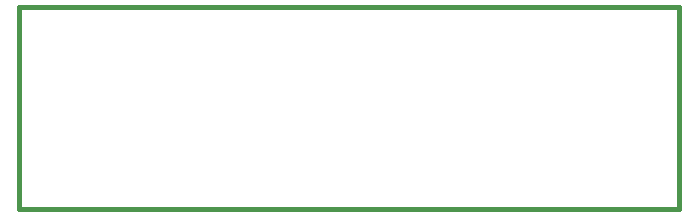
<source format=gbr>
G04 #@! TF.GenerationSoftware,KiCad,Pcbnew,5.1.6-c6e7f7d~87~ubuntu19.10.1*
G04 #@! TF.CreationDate,2022-01-09T06:06:09+06:00*
G04 #@! TF.ProjectId,1590N1_potentiometer_board_18_3x17_r1,31353930-4e31-45f7-906f-74656e74696f,1A*
G04 #@! TF.SameCoordinates,Original*
G04 #@! TF.FileFunction,Profile,NP*
%FSLAX46Y46*%
G04 Gerber Fmt 4.6, Leading zero omitted, Abs format (unit mm)*
G04 Created by KiCad (PCBNEW 5.1.6-c6e7f7d~87~ubuntu19.10.1) date 2022-01-09 06:06:09*
%MOMM*%
%LPD*%
G01*
G04 APERTURE LIST*
G04 #@! TA.AperFunction,Profile*
%ADD10C,0.400000*%
G04 #@! TD*
G04 APERTURE END LIST*
D10*
X133350000Y-140335000D02*
X133350000Y-157480000D01*
X77470000Y-140335000D02*
X77470000Y-157480000D01*
X77470000Y-157480000D02*
X133350000Y-157480000D01*
X77470000Y-140335000D02*
X133350000Y-140335000D01*
M02*

</source>
